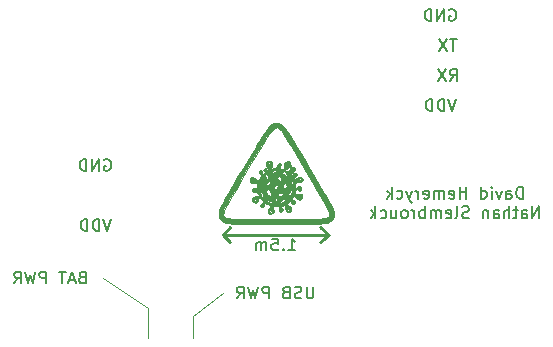
<source format=gbo>
G04 #@! TF.GenerationSoftware,KiCad,Pcbnew,(5.1.9)-1*
G04 #@! TF.CreationDate,2021-04-12T15:06:02+02:00*
G04 #@! TF.ProjectId,eerste_versie,65657273-7465-45f7-9665-727369652e6b,rev?*
G04 #@! TF.SameCoordinates,Original*
G04 #@! TF.FileFunction,Legend,Bot*
G04 #@! TF.FilePolarity,Positive*
%FSLAX46Y46*%
G04 Gerber Fmt 4.6, Leading zero omitted, Abs format (unit mm)*
G04 Created by KiCad (PCBNEW (5.1.9)-1) date 2021-04-12 15:06:02*
%MOMM*%
%LPD*%
G01*
G04 APERTURE LIST*
%ADD10C,0.150000*%
%ADD11C,0.120000*%
%ADD12C,0.250000*%
%ADD13C,0.010000*%
G04 APERTURE END LIST*
D10*
X121348333Y-124547380D02*
X121015000Y-125547380D01*
X120681666Y-124547380D01*
X120348333Y-125547380D02*
X120348333Y-124547380D01*
X120110238Y-124547380D01*
X119967380Y-124595000D01*
X119872142Y-124690238D01*
X119824523Y-124785476D01*
X119776904Y-124975952D01*
X119776904Y-125118809D01*
X119824523Y-125309285D01*
X119872142Y-125404523D01*
X119967380Y-125499761D01*
X120110238Y-125547380D01*
X120348333Y-125547380D01*
X119348333Y-125547380D02*
X119348333Y-124547380D01*
X119110238Y-124547380D01*
X118967380Y-124595000D01*
X118872142Y-124690238D01*
X118824523Y-124785476D01*
X118776904Y-124975952D01*
X118776904Y-125118809D01*
X118824523Y-125309285D01*
X118872142Y-125404523D01*
X118967380Y-125499761D01*
X119110238Y-125547380D01*
X119348333Y-125547380D01*
X120776904Y-119515000D02*
X120872142Y-119467380D01*
X121015000Y-119467380D01*
X121157857Y-119515000D01*
X121253095Y-119610238D01*
X121300714Y-119705476D01*
X121348333Y-119895952D01*
X121348333Y-120038809D01*
X121300714Y-120229285D01*
X121253095Y-120324523D01*
X121157857Y-120419761D01*
X121015000Y-120467380D01*
X120919761Y-120467380D01*
X120776904Y-120419761D01*
X120729285Y-120372142D01*
X120729285Y-120038809D01*
X120919761Y-120038809D01*
X120300714Y-120467380D02*
X120300714Y-119467380D01*
X119729285Y-120467380D01*
X119729285Y-119467380D01*
X119253095Y-120467380D02*
X119253095Y-119467380D01*
X119015000Y-119467380D01*
X118872142Y-119515000D01*
X118776904Y-119610238D01*
X118729285Y-119705476D01*
X118681666Y-119895952D01*
X118681666Y-120038809D01*
X118729285Y-120229285D01*
X118776904Y-120324523D01*
X118872142Y-120419761D01*
X119015000Y-120467380D01*
X119253095Y-120467380D01*
D11*
X124460000Y-132080000D02*
X120650000Y-129540000D01*
X124460000Y-134620000D02*
X124460000Y-132080000D01*
D12*
X130810000Y-125857000D02*
X131445000Y-126492000D01*
X131445000Y-125222000D02*
X130810000Y-125857000D01*
X139827000Y-125857000D02*
X139065000Y-126492000D01*
X139827000Y-125857000D02*
X139065000Y-125222000D01*
X130810000Y-125857000D02*
X139827000Y-125857000D01*
D11*
X128270000Y-132715000D02*
X128270000Y-134620000D01*
X130810000Y-130810000D02*
X128270000Y-132715000D01*
D10*
X149986904Y-106815000D02*
X150082142Y-106767380D01*
X150225000Y-106767380D01*
X150367857Y-106815000D01*
X150463095Y-106910238D01*
X150510714Y-107005476D01*
X150558333Y-107195952D01*
X150558333Y-107338809D01*
X150510714Y-107529285D01*
X150463095Y-107624523D01*
X150367857Y-107719761D01*
X150225000Y-107767380D01*
X150129761Y-107767380D01*
X149986904Y-107719761D01*
X149939285Y-107672142D01*
X149939285Y-107338809D01*
X150129761Y-107338809D01*
X149510714Y-107767380D02*
X149510714Y-106767380D01*
X148939285Y-107767380D01*
X148939285Y-106767380D01*
X148463095Y-107767380D02*
X148463095Y-106767380D01*
X148225000Y-106767380D01*
X148082142Y-106815000D01*
X147986904Y-106910238D01*
X147939285Y-107005476D01*
X147891666Y-107195952D01*
X147891666Y-107338809D01*
X147939285Y-107529285D01*
X147986904Y-107624523D01*
X148082142Y-107719761D01*
X148225000Y-107767380D01*
X148463095Y-107767380D01*
X150621904Y-109307380D02*
X150050476Y-109307380D01*
X150336190Y-110307380D02*
X150336190Y-109307380D01*
X149812380Y-109307380D02*
X149145714Y-110307380D01*
X149145714Y-109307380D02*
X149812380Y-110307380D01*
X150026666Y-112847380D02*
X150360000Y-112371190D01*
X150598095Y-112847380D02*
X150598095Y-111847380D01*
X150217142Y-111847380D01*
X150121904Y-111895000D01*
X150074285Y-111942619D01*
X150026666Y-112037857D01*
X150026666Y-112180714D01*
X150074285Y-112275952D01*
X150121904Y-112323571D01*
X150217142Y-112371190D01*
X150598095Y-112371190D01*
X149693333Y-111847380D02*
X149026666Y-112847380D01*
X149026666Y-111847380D02*
X149693333Y-112847380D01*
X150558333Y-114387380D02*
X150225000Y-115387380D01*
X149891666Y-114387380D01*
X149558333Y-115387380D02*
X149558333Y-114387380D01*
X149320238Y-114387380D01*
X149177380Y-114435000D01*
X149082142Y-114530238D01*
X149034523Y-114625476D01*
X148986904Y-114815952D01*
X148986904Y-114958809D01*
X149034523Y-115149285D01*
X149082142Y-115244523D01*
X149177380Y-115339761D01*
X149320238Y-115387380D01*
X149558333Y-115387380D01*
X148558333Y-115387380D02*
X148558333Y-114387380D01*
X148320238Y-114387380D01*
X148177380Y-114435000D01*
X148082142Y-114530238D01*
X148034523Y-114625476D01*
X147986904Y-114815952D01*
X147986904Y-114958809D01*
X148034523Y-115149285D01*
X148082142Y-115244523D01*
X148177380Y-115339761D01*
X148320238Y-115387380D01*
X148558333Y-115387380D01*
X138469285Y-130262380D02*
X138469285Y-131071904D01*
X138421666Y-131167142D01*
X138374047Y-131214761D01*
X138278809Y-131262380D01*
X138088333Y-131262380D01*
X137993095Y-131214761D01*
X137945476Y-131167142D01*
X137897857Y-131071904D01*
X137897857Y-130262380D01*
X137469285Y-131214761D02*
X137326428Y-131262380D01*
X137088333Y-131262380D01*
X136993095Y-131214761D01*
X136945476Y-131167142D01*
X136897857Y-131071904D01*
X136897857Y-130976666D01*
X136945476Y-130881428D01*
X136993095Y-130833809D01*
X137088333Y-130786190D01*
X137278809Y-130738571D01*
X137374047Y-130690952D01*
X137421666Y-130643333D01*
X137469285Y-130548095D01*
X137469285Y-130452857D01*
X137421666Y-130357619D01*
X137374047Y-130310000D01*
X137278809Y-130262380D01*
X137040714Y-130262380D01*
X136897857Y-130310000D01*
X136135952Y-130738571D02*
X135993095Y-130786190D01*
X135945476Y-130833809D01*
X135897857Y-130929047D01*
X135897857Y-131071904D01*
X135945476Y-131167142D01*
X135993095Y-131214761D01*
X136088333Y-131262380D01*
X136469285Y-131262380D01*
X136469285Y-130262380D01*
X136135952Y-130262380D01*
X136040714Y-130310000D01*
X135993095Y-130357619D01*
X135945476Y-130452857D01*
X135945476Y-130548095D01*
X135993095Y-130643333D01*
X136040714Y-130690952D01*
X136135952Y-130738571D01*
X136469285Y-130738571D01*
X134707380Y-131262380D02*
X134707380Y-130262380D01*
X134326428Y-130262380D01*
X134231190Y-130310000D01*
X134183571Y-130357619D01*
X134135952Y-130452857D01*
X134135952Y-130595714D01*
X134183571Y-130690952D01*
X134231190Y-130738571D01*
X134326428Y-130786190D01*
X134707380Y-130786190D01*
X133802619Y-130262380D02*
X133564523Y-131262380D01*
X133374047Y-130548095D01*
X133183571Y-131262380D01*
X132945476Y-130262380D01*
X131993095Y-131262380D02*
X132326428Y-130786190D01*
X132564523Y-131262380D02*
X132564523Y-130262380D01*
X132183571Y-130262380D01*
X132088333Y-130310000D01*
X132040714Y-130357619D01*
X131993095Y-130452857D01*
X131993095Y-130595714D01*
X132040714Y-130690952D01*
X132088333Y-130738571D01*
X132183571Y-130786190D01*
X132564523Y-130786190D01*
X118895476Y-129468571D02*
X118752619Y-129516190D01*
X118705000Y-129563809D01*
X118657380Y-129659047D01*
X118657380Y-129801904D01*
X118705000Y-129897142D01*
X118752619Y-129944761D01*
X118847857Y-129992380D01*
X119228809Y-129992380D01*
X119228809Y-128992380D01*
X118895476Y-128992380D01*
X118800238Y-129040000D01*
X118752619Y-129087619D01*
X118705000Y-129182857D01*
X118705000Y-129278095D01*
X118752619Y-129373333D01*
X118800238Y-129420952D01*
X118895476Y-129468571D01*
X119228809Y-129468571D01*
X118276428Y-129706666D02*
X117800238Y-129706666D01*
X118371666Y-129992380D02*
X118038333Y-128992380D01*
X117705000Y-129992380D01*
X117514523Y-128992380D02*
X116943095Y-128992380D01*
X117228809Y-129992380D02*
X117228809Y-128992380D01*
X115847857Y-129992380D02*
X115847857Y-128992380D01*
X115466904Y-128992380D01*
X115371666Y-129040000D01*
X115324047Y-129087619D01*
X115276428Y-129182857D01*
X115276428Y-129325714D01*
X115324047Y-129420952D01*
X115371666Y-129468571D01*
X115466904Y-129516190D01*
X115847857Y-129516190D01*
X114943095Y-128992380D02*
X114705000Y-129992380D01*
X114514523Y-129278095D01*
X114324047Y-129992380D01*
X114085952Y-128992380D01*
X113133571Y-129992380D02*
X113466904Y-129516190D01*
X113705000Y-129992380D02*
X113705000Y-128992380D01*
X113324047Y-128992380D01*
X113228809Y-129040000D01*
X113181190Y-129087619D01*
X113133571Y-129182857D01*
X113133571Y-129325714D01*
X113181190Y-129420952D01*
X113228809Y-129468571D01*
X113324047Y-129516190D01*
X113705000Y-129516190D01*
X136350238Y-127198380D02*
X136921666Y-127198380D01*
X136635952Y-127198380D02*
X136635952Y-126198380D01*
X136731190Y-126341238D01*
X136826428Y-126436476D01*
X136921666Y-126484095D01*
X135921666Y-127103142D02*
X135874047Y-127150761D01*
X135921666Y-127198380D01*
X135969285Y-127150761D01*
X135921666Y-127103142D01*
X135921666Y-127198380D01*
X134969285Y-126198380D02*
X135445476Y-126198380D01*
X135493095Y-126674571D01*
X135445476Y-126626952D01*
X135350238Y-126579333D01*
X135112142Y-126579333D01*
X135016904Y-126626952D01*
X134969285Y-126674571D01*
X134921666Y-126769809D01*
X134921666Y-127007904D01*
X134969285Y-127103142D01*
X135016904Y-127150761D01*
X135112142Y-127198380D01*
X135350238Y-127198380D01*
X135445476Y-127150761D01*
X135493095Y-127103142D01*
X134493095Y-127198380D02*
X134493095Y-126531714D01*
X134493095Y-126626952D02*
X134445476Y-126579333D01*
X134350238Y-126531714D01*
X134207380Y-126531714D01*
X134112142Y-126579333D01*
X134064523Y-126674571D01*
X134064523Y-127198380D01*
X134064523Y-126674571D02*
X134016904Y-126579333D01*
X133921666Y-126531714D01*
X133778809Y-126531714D01*
X133683571Y-126579333D01*
X133635952Y-126674571D01*
X133635952Y-127198380D01*
X156233095Y-122817380D02*
X156233095Y-121817380D01*
X155995000Y-121817380D01*
X155852142Y-121865000D01*
X155756904Y-121960238D01*
X155709285Y-122055476D01*
X155661666Y-122245952D01*
X155661666Y-122388809D01*
X155709285Y-122579285D01*
X155756904Y-122674523D01*
X155852142Y-122769761D01*
X155995000Y-122817380D01*
X156233095Y-122817380D01*
X154804523Y-122817380D02*
X154804523Y-122293571D01*
X154852142Y-122198333D01*
X154947380Y-122150714D01*
X155137857Y-122150714D01*
X155233095Y-122198333D01*
X154804523Y-122769761D02*
X154899761Y-122817380D01*
X155137857Y-122817380D01*
X155233095Y-122769761D01*
X155280714Y-122674523D01*
X155280714Y-122579285D01*
X155233095Y-122484047D01*
X155137857Y-122436428D01*
X154899761Y-122436428D01*
X154804523Y-122388809D01*
X154423571Y-122150714D02*
X154185476Y-122817380D01*
X153947380Y-122150714D01*
X153566428Y-122817380D02*
X153566428Y-122150714D01*
X153566428Y-121817380D02*
X153614047Y-121865000D01*
X153566428Y-121912619D01*
X153518809Y-121865000D01*
X153566428Y-121817380D01*
X153566428Y-121912619D01*
X152661666Y-122817380D02*
X152661666Y-121817380D01*
X152661666Y-122769761D02*
X152756904Y-122817380D01*
X152947380Y-122817380D01*
X153042619Y-122769761D01*
X153090238Y-122722142D01*
X153137857Y-122626904D01*
X153137857Y-122341190D01*
X153090238Y-122245952D01*
X153042619Y-122198333D01*
X152947380Y-122150714D01*
X152756904Y-122150714D01*
X152661666Y-122198333D01*
X151423571Y-122817380D02*
X151423571Y-121817380D01*
X151423571Y-122293571D02*
X150852142Y-122293571D01*
X150852142Y-122817380D02*
X150852142Y-121817380D01*
X149995000Y-122769761D02*
X150090238Y-122817380D01*
X150280714Y-122817380D01*
X150375952Y-122769761D01*
X150423571Y-122674523D01*
X150423571Y-122293571D01*
X150375952Y-122198333D01*
X150280714Y-122150714D01*
X150090238Y-122150714D01*
X149995000Y-122198333D01*
X149947380Y-122293571D01*
X149947380Y-122388809D01*
X150423571Y-122484047D01*
X149518809Y-122817380D02*
X149518809Y-122150714D01*
X149518809Y-122245952D02*
X149471190Y-122198333D01*
X149375952Y-122150714D01*
X149233095Y-122150714D01*
X149137857Y-122198333D01*
X149090238Y-122293571D01*
X149090238Y-122817380D01*
X149090238Y-122293571D02*
X149042619Y-122198333D01*
X148947380Y-122150714D01*
X148804523Y-122150714D01*
X148709285Y-122198333D01*
X148661666Y-122293571D01*
X148661666Y-122817380D01*
X147804523Y-122769761D02*
X147899761Y-122817380D01*
X148090238Y-122817380D01*
X148185476Y-122769761D01*
X148233095Y-122674523D01*
X148233095Y-122293571D01*
X148185476Y-122198333D01*
X148090238Y-122150714D01*
X147899761Y-122150714D01*
X147804523Y-122198333D01*
X147756904Y-122293571D01*
X147756904Y-122388809D01*
X148233095Y-122484047D01*
X147328333Y-122817380D02*
X147328333Y-122150714D01*
X147328333Y-122341190D02*
X147280714Y-122245952D01*
X147233095Y-122198333D01*
X147137857Y-122150714D01*
X147042619Y-122150714D01*
X146804523Y-122150714D02*
X146566428Y-122817380D01*
X146328333Y-122150714D02*
X146566428Y-122817380D01*
X146661666Y-123055476D01*
X146709285Y-123103095D01*
X146804523Y-123150714D01*
X145518809Y-122769761D02*
X145614047Y-122817380D01*
X145804523Y-122817380D01*
X145899761Y-122769761D01*
X145947380Y-122722142D01*
X145995000Y-122626904D01*
X145995000Y-122341190D01*
X145947380Y-122245952D01*
X145899761Y-122198333D01*
X145804523Y-122150714D01*
X145614047Y-122150714D01*
X145518809Y-122198333D01*
X145090238Y-122817380D02*
X145090238Y-121817380D01*
X144995000Y-122436428D02*
X144709285Y-122817380D01*
X144709285Y-122150714D02*
X145090238Y-122531666D01*
X157590238Y-124467380D02*
X157590238Y-123467380D01*
X157018809Y-124467380D01*
X157018809Y-123467380D01*
X156114047Y-124467380D02*
X156114047Y-123943571D01*
X156161666Y-123848333D01*
X156256904Y-123800714D01*
X156447380Y-123800714D01*
X156542619Y-123848333D01*
X156114047Y-124419761D02*
X156209285Y-124467380D01*
X156447380Y-124467380D01*
X156542619Y-124419761D01*
X156590238Y-124324523D01*
X156590238Y-124229285D01*
X156542619Y-124134047D01*
X156447380Y-124086428D01*
X156209285Y-124086428D01*
X156114047Y-124038809D01*
X155780714Y-123800714D02*
X155399761Y-123800714D01*
X155637857Y-123467380D02*
X155637857Y-124324523D01*
X155590238Y-124419761D01*
X155495000Y-124467380D01*
X155399761Y-124467380D01*
X155066428Y-124467380D02*
X155066428Y-123467380D01*
X154637857Y-124467380D02*
X154637857Y-123943571D01*
X154685476Y-123848333D01*
X154780714Y-123800714D01*
X154923571Y-123800714D01*
X155018809Y-123848333D01*
X155066428Y-123895952D01*
X153733095Y-124467380D02*
X153733095Y-123943571D01*
X153780714Y-123848333D01*
X153875952Y-123800714D01*
X154066428Y-123800714D01*
X154161666Y-123848333D01*
X153733095Y-124419761D02*
X153828333Y-124467380D01*
X154066428Y-124467380D01*
X154161666Y-124419761D01*
X154209285Y-124324523D01*
X154209285Y-124229285D01*
X154161666Y-124134047D01*
X154066428Y-124086428D01*
X153828333Y-124086428D01*
X153733095Y-124038809D01*
X153256904Y-123800714D02*
X153256904Y-124467380D01*
X153256904Y-123895952D02*
X153209285Y-123848333D01*
X153114047Y-123800714D01*
X152971190Y-123800714D01*
X152875952Y-123848333D01*
X152828333Y-123943571D01*
X152828333Y-124467380D01*
X151637857Y-124419761D02*
X151495000Y-124467380D01*
X151256904Y-124467380D01*
X151161666Y-124419761D01*
X151114047Y-124372142D01*
X151066428Y-124276904D01*
X151066428Y-124181666D01*
X151114047Y-124086428D01*
X151161666Y-124038809D01*
X151256904Y-123991190D01*
X151447380Y-123943571D01*
X151542619Y-123895952D01*
X151590238Y-123848333D01*
X151637857Y-123753095D01*
X151637857Y-123657857D01*
X151590238Y-123562619D01*
X151542619Y-123515000D01*
X151447380Y-123467380D01*
X151209285Y-123467380D01*
X151066428Y-123515000D01*
X150495000Y-124467380D02*
X150590238Y-124419761D01*
X150637857Y-124324523D01*
X150637857Y-123467380D01*
X149733095Y-124419761D02*
X149828333Y-124467380D01*
X150018809Y-124467380D01*
X150114047Y-124419761D01*
X150161666Y-124324523D01*
X150161666Y-123943571D01*
X150114047Y-123848333D01*
X150018809Y-123800714D01*
X149828333Y-123800714D01*
X149733095Y-123848333D01*
X149685476Y-123943571D01*
X149685476Y-124038809D01*
X150161666Y-124134047D01*
X149256904Y-124467380D02*
X149256904Y-123800714D01*
X149256904Y-123895952D02*
X149209285Y-123848333D01*
X149114047Y-123800714D01*
X148971190Y-123800714D01*
X148875952Y-123848333D01*
X148828333Y-123943571D01*
X148828333Y-124467380D01*
X148828333Y-123943571D02*
X148780714Y-123848333D01*
X148685476Y-123800714D01*
X148542619Y-123800714D01*
X148447380Y-123848333D01*
X148399761Y-123943571D01*
X148399761Y-124467380D01*
X147923571Y-124467380D02*
X147923571Y-123467380D01*
X147923571Y-123848333D02*
X147828333Y-123800714D01*
X147637857Y-123800714D01*
X147542619Y-123848333D01*
X147495000Y-123895952D01*
X147447380Y-123991190D01*
X147447380Y-124276904D01*
X147495000Y-124372142D01*
X147542619Y-124419761D01*
X147637857Y-124467380D01*
X147828333Y-124467380D01*
X147923571Y-124419761D01*
X147018809Y-124467380D02*
X147018809Y-123800714D01*
X147018809Y-123991190D02*
X146971190Y-123895952D01*
X146923571Y-123848333D01*
X146828333Y-123800714D01*
X146733095Y-123800714D01*
X146256904Y-124467380D02*
X146352142Y-124419761D01*
X146399761Y-124372142D01*
X146447380Y-124276904D01*
X146447380Y-123991190D01*
X146399761Y-123895952D01*
X146352142Y-123848333D01*
X146256904Y-123800714D01*
X146114047Y-123800714D01*
X146018809Y-123848333D01*
X145971190Y-123895952D01*
X145923571Y-123991190D01*
X145923571Y-124276904D01*
X145971190Y-124372142D01*
X146018809Y-124419761D01*
X146114047Y-124467380D01*
X146256904Y-124467380D01*
X145066428Y-123800714D02*
X145066428Y-124467380D01*
X145495000Y-123800714D02*
X145495000Y-124324523D01*
X145447380Y-124419761D01*
X145352142Y-124467380D01*
X145209285Y-124467380D01*
X145114047Y-124419761D01*
X145066428Y-124372142D01*
X144161666Y-124419761D02*
X144256904Y-124467380D01*
X144447380Y-124467380D01*
X144542619Y-124419761D01*
X144590238Y-124372142D01*
X144637857Y-124276904D01*
X144637857Y-123991190D01*
X144590238Y-123895952D01*
X144542619Y-123848333D01*
X144447380Y-123800714D01*
X144256904Y-123800714D01*
X144161666Y-123848333D01*
X143733095Y-124467380D02*
X143733095Y-123467380D01*
X143637857Y-124086428D02*
X143352142Y-124467380D01*
X143352142Y-123800714D02*
X143733095Y-124181666D01*
D13*
G36*
X134565971Y-119640260D02*
G01*
X134427920Y-119787543D01*
X134443007Y-119986654D01*
X134582260Y-120189222D01*
X134692436Y-120324581D01*
X134683760Y-120394657D01*
X134624593Y-120424855D01*
X134512054Y-120415782D01*
X134493000Y-120351010D01*
X134425169Y-120241079D01*
X134366000Y-120226667D01*
X134253752Y-120294440D01*
X134239000Y-120353667D01*
X134290189Y-120466250D01*
X134334034Y-120480667D01*
X134374433Y-120526864D01*
X134317490Y-120615110D01*
X134225589Y-120699015D01*
X134166120Y-120637359D01*
X134140518Y-120572777D01*
X134037467Y-120421172D01*
X133920623Y-120420235D01*
X133842263Y-120533481D01*
X133860140Y-120687568D01*
X133929586Y-120749354D01*
X134016631Y-120817497D01*
X134015642Y-120914982D01*
X133936066Y-121086098D01*
X133802467Y-121344450D01*
X133696635Y-121245025D01*
X133371750Y-121245025D01*
X133342977Y-121338697D01*
X133278050Y-121402804D01*
X133241013Y-121339038D01*
X133240379Y-121206862D01*
X133256514Y-121180931D01*
X133337941Y-121161203D01*
X133371750Y-121245025D01*
X133696635Y-121245025D01*
X133613110Y-121166558D01*
X133390710Y-121016614D01*
X133211905Y-121012737D01*
X133097202Y-121154892D01*
X133093004Y-121167441D01*
X133090240Y-121379327D01*
X133211877Y-121508942D01*
X133421336Y-121526535D01*
X133504670Y-121502242D01*
X133655845Y-121456406D01*
X133718175Y-121501856D01*
X133730934Y-121674999D01*
X133731000Y-121712042D01*
X133719649Y-121907024D01*
X133661592Y-121974296D01*
X133520829Y-121955143D01*
X133519334Y-121954768D01*
X133362737Y-121938781D01*
X133310470Y-122024368D01*
X133307667Y-122086214D01*
X133339706Y-122219364D01*
X133468027Y-122249340D01*
X133530512Y-122243559D01*
X133720290Y-122263820D01*
X133824117Y-122406834D01*
X133854300Y-122542452D01*
X133777014Y-122591813D01*
X133653973Y-122597334D01*
X133425608Y-122650070D01*
X133287241Y-122778634D01*
X133255638Y-122938551D01*
X133347566Y-123085351D01*
X133448854Y-123141395D01*
X133621027Y-123152248D01*
X133754683Y-123020779D01*
X133813355Y-122893667D01*
X133592285Y-122893667D01*
X133579276Y-123002895D01*
X133516677Y-123020667D01*
X133406746Y-122952835D01*
X133392334Y-122893667D01*
X133433239Y-122780926D01*
X133467942Y-122766667D01*
X133560499Y-122834046D01*
X133592285Y-122893667D01*
X133813355Y-122893667D01*
X133826468Y-122865259D01*
X133911490Y-122641633D01*
X134073363Y-122852317D01*
X134207656Y-123053134D01*
X134220157Y-123158958D01*
X134113177Y-123189999D01*
X134112000Y-123190000D01*
X134008572Y-123260586D01*
X133985000Y-123359334D01*
X134044869Y-123500838D01*
X134154334Y-123528667D01*
X134295838Y-123468798D01*
X134312904Y-123401667D01*
X134154334Y-123401667D01*
X134112000Y-123444000D01*
X134069667Y-123401667D01*
X134112000Y-123359334D01*
X134154334Y-123401667D01*
X134312904Y-123401667D01*
X134323667Y-123359334D01*
X134333692Y-123231093D01*
X134393763Y-123200936D01*
X134548876Y-123257924D01*
X134616017Y-123288257D01*
X134792321Y-123393568D01*
X134811591Y-123496900D01*
X134700581Y-123616724D01*
X134600202Y-123781876D01*
X134615859Y-123961205D01*
X134734023Y-124086127D01*
X134796743Y-124104253D01*
X134988201Y-124070165D01*
X135077785Y-124003831D01*
X135110719Y-123916876D01*
X134959056Y-123916876D01*
X134952331Y-123962253D01*
X134859363Y-124000059D01*
X134766526Y-123933678D01*
X134747000Y-123864994D01*
X134809225Y-123822616D01*
X134873514Y-123836529D01*
X134959056Y-123916876D01*
X135110719Y-123916876D01*
X135137876Y-123845178D01*
X135091543Y-123708978D01*
X135016060Y-123542455D01*
X135046407Y-123465908D01*
X135209669Y-123444734D01*
X135298947Y-123444000D01*
X135494946Y-123455714D01*
X135563318Y-123513084D01*
X135546648Y-123644192D01*
X135556997Y-123820606D01*
X135657954Y-123908813D01*
X135796718Y-123875439D01*
X135842521Y-123831201D01*
X135881237Y-123708177D01*
X135802370Y-123610874D01*
X135718900Y-123509380D01*
X135779886Y-123431777D01*
X135780160Y-123431604D01*
X135968965Y-123359746D01*
X136071719Y-123428948D01*
X136083705Y-123580729D01*
X136122721Y-123797300D01*
X136264047Y-123926753D01*
X136462612Y-123928945D01*
X136471159Y-123925799D01*
X136592592Y-123809746D01*
X136593447Y-123742991D01*
X136440334Y-123742991D01*
X136387177Y-123854747D01*
X136279586Y-123842432D01*
X136234150Y-123791539D01*
X136256691Y-123701870D01*
X136313820Y-123667196D01*
X136422699Y-123680635D01*
X136440334Y-123742991D01*
X136593447Y-123742991D01*
X136594733Y-123642590D01*
X136486363Y-123484002D01*
X136398000Y-123428595D01*
X136225029Y-123329371D01*
X136210982Y-123240414D01*
X136351348Y-123127694D01*
X136357589Y-123123782D01*
X136495505Y-123060899D01*
X136565468Y-123115590D01*
X136578314Y-123145749D01*
X136679358Y-123248323D01*
X136821926Y-123269022D01*
X136930445Y-123208012D01*
X136948334Y-123144939D01*
X136878233Y-123014465D01*
X136777207Y-122951906D01*
X136729473Y-122925904D01*
X136101667Y-122925904D01*
X136034706Y-123032042D01*
X135885930Y-123137851D01*
X135735626Y-123187426D01*
X135690087Y-123122010D01*
X135690432Y-123115208D01*
X135001000Y-123115208D01*
X134937509Y-123182372D01*
X134793547Y-123180025D01*
X134638884Y-123116772D01*
X134577667Y-123063000D01*
X134521444Y-122966420D01*
X134587634Y-122942183D01*
X134793478Y-122984836D01*
X134810500Y-122989364D01*
X134958599Y-123056937D01*
X135001000Y-123115208D01*
X135690432Y-123115208D01*
X135694157Y-123041834D01*
X135767194Y-122940997D01*
X135424334Y-122940997D01*
X135391741Y-123058067D01*
X135339667Y-123063000D01*
X135261763Y-122940498D01*
X135255000Y-122888670D01*
X135302339Y-122779243D01*
X135339667Y-122766667D01*
X135407792Y-122837793D01*
X135424334Y-122940997D01*
X135767194Y-122940997D01*
X135769837Y-122937348D01*
X135907673Y-122870130D01*
X136040622Y-122859250D01*
X136101641Y-122923782D01*
X136101667Y-122925904D01*
X136729473Y-122925904D01*
X136661149Y-122888687D01*
X136678656Y-122794657D01*
X136728941Y-122721801D01*
X136810678Y-122625838D01*
X134232252Y-122625838D01*
X134163392Y-122682000D01*
X134071786Y-122614335D01*
X134036392Y-122548075D01*
X133991023Y-122341568D01*
X133987693Y-122272909D01*
X134003603Y-122186858D01*
X134066669Y-122234755D01*
X134114693Y-122296016D01*
X134215548Y-122480091D01*
X134232252Y-122625838D01*
X136810678Y-122625838D01*
X136821624Y-122612988D01*
X136900236Y-122618674D01*
X137028862Y-122743896D01*
X137030366Y-122745500D01*
X137173775Y-122879354D01*
X137268835Y-122934708D01*
X137269132Y-122934704D01*
X137442595Y-122858482D01*
X137528045Y-122678392D01*
X137527224Y-122587759D01*
X137525759Y-122583222D01*
X137456334Y-122583222D01*
X137388913Y-122718169D01*
X137275547Y-122766667D01*
X137241112Y-122704044D01*
X137256383Y-122639667D01*
X137337890Y-122534038D01*
X137426280Y-122518859D01*
X137456334Y-122583222D01*
X137525759Y-122583222D01*
X137483663Y-122452943D01*
X137370079Y-122402505D01*
X137193651Y-122402854D01*
X136993852Y-122403441D01*
X136919181Y-122353403D01*
X136926583Y-122221822D01*
X136928372Y-122212354D01*
X136953154Y-122149400D01*
X136686465Y-122149400D01*
X136673879Y-122283819D01*
X136592734Y-122411067D01*
X136461894Y-122500106D01*
X136368782Y-122499748D01*
X136355667Y-122464767D01*
X136357966Y-122457757D01*
X135930625Y-122457757D01*
X135875889Y-122540889D01*
X135738656Y-122597691D01*
X135568613Y-122587165D01*
X135444537Y-122521621D01*
X135424334Y-122470334D01*
X135500062Y-122369507D01*
X135621629Y-122351659D01*
X134901563Y-122351659D01*
X134900016Y-122504075D01*
X134829296Y-122583803D01*
X134784624Y-122583596D01*
X134625618Y-122493976D01*
X134527679Y-122385168D01*
X134461622Y-122200419D01*
X134501707Y-122062771D01*
X134621110Y-122017393D01*
X134723424Y-122055540D01*
X134840509Y-122183249D01*
X134901563Y-122351659D01*
X135621629Y-122351659D01*
X135678334Y-122343334D01*
X135878900Y-122373550D01*
X135930625Y-122457757D01*
X136357966Y-122457757D01*
X136400542Y-122327943D01*
X136499438Y-122177535D01*
X136598758Y-122091843D01*
X136612646Y-122089334D01*
X136686465Y-122149400D01*
X136953154Y-122149400D01*
X136996164Y-122040145D01*
X137091637Y-122015852D01*
X137157715Y-122085636D01*
X137262928Y-122133011D01*
X137389759Y-122081595D01*
X137456073Y-121966417D01*
X137456203Y-121962334D01*
X137371667Y-121962334D01*
X137329334Y-122004667D01*
X137287000Y-121962334D01*
X137329334Y-121920000D01*
X137371667Y-121962334D01*
X137456203Y-121962334D01*
X137456334Y-121958272D01*
X137396373Y-121813826D01*
X137240316Y-121788791D01*
X137119417Y-121834397D01*
X137001696Y-121879436D01*
X136955559Y-121816430D01*
X136952521Y-121750260D01*
X136243945Y-121750260D01*
X136233689Y-121827209D01*
X136100897Y-121912965D01*
X135943836Y-121886705D01*
X135887708Y-121831625D01*
X135888267Y-121787032D01*
X135477361Y-121787032D01*
X135394256Y-121908866D01*
X135281423Y-121984078D01*
X135235943Y-121984203D01*
X135158656Y-121890206D01*
X135157446Y-121875550D01*
X135218515Y-121765175D01*
X135347903Y-121683889D01*
X135464137Y-121679831D01*
X135474671Y-121688115D01*
X135477361Y-121787032D01*
X135888267Y-121787032D01*
X135889339Y-121701725D01*
X135938938Y-121615709D01*
X136039825Y-121531973D01*
X136142812Y-121586869D01*
X136167912Y-121611293D01*
X136243945Y-121750260D01*
X136952521Y-121750260D01*
X136948334Y-121659109D01*
X136956757Y-121560167D01*
X136777704Y-121560167D01*
X136739443Y-121659580D01*
X136654019Y-121636903D01*
X136571570Y-121508632D01*
X136565309Y-121490286D01*
X136548012Y-121365628D01*
X134813517Y-121365628D01*
X134803375Y-121453141D01*
X134714308Y-121573476D01*
X134602778Y-121657750D01*
X134567300Y-121666000D01*
X134500011Y-121597927D01*
X134493000Y-121548059D01*
X134540128Y-121461389D01*
X134067093Y-121461389D01*
X134043206Y-121623562D01*
X133986642Y-121717441D01*
X133928002Y-121699500D01*
X133917272Y-121674482D01*
X133931918Y-121536661D01*
X133976434Y-121436357D01*
X134044595Y-121336740D01*
X134065269Y-121394605D01*
X134067093Y-121461389D01*
X134540128Y-121461389D01*
X134555022Y-121433999D01*
X134686353Y-121355194D01*
X134804892Y-121358375D01*
X134813517Y-121365628D01*
X136548012Y-121365628D01*
X136542690Y-121327281D01*
X136564207Y-121259905D01*
X136642122Y-121270665D01*
X136727162Y-121382270D01*
X136776079Y-121533898D01*
X136777704Y-121560167D01*
X136956757Y-121560167D01*
X136963826Y-121477144D01*
X137037655Y-121419716D01*
X137159901Y-121432703D01*
X137386198Y-121424909D01*
X137552245Y-121331010D01*
X137602824Y-121205330D01*
X137456334Y-121205330D01*
X137408995Y-121314757D01*
X137371667Y-121327334D01*
X137303542Y-121256208D01*
X137287000Y-121153003D01*
X137319594Y-121035933D01*
X137371667Y-121031000D01*
X137449571Y-121153502D01*
X137456334Y-121205330D01*
X137602824Y-121205330D01*
X137611645Y-121183413D01*
X137599011Y-121125990D01*
X137469098Y-120961183D01*
X137282129Y-120944771D01*
X137079958Y-121068989D01*
X136912502Y-121186379D01*
X136823807Y-121162002D01*
X136830176Y-121115667D01*
X135763000Y-121115667D01*
X135731069Y-121291501D01*
X135635400Y-121310475D01*
X135525934Y-121225734D01*
X135430591Y-121064588D01*
X135468255Y-120942427D01*
X135593667Y-120904000D01*
X135726452Y-120953609D01*
X135763000Y-121115667D01*
X136830176Y-121115667D01*
X136839490Y-121047918D01*
X136950568Y-120919216D01*
X136989440Y-120881429D01*
X136267376Y-120881429D01*
X136159337Y-120883870D01*
X136157856Y-120883072D01*
X134610118Y-120883072D01*
X134597479Y-121057123D01*
X134595972Y-121061747D01*
X134549559Y-121134774D01*
X134484048Y-121061747D01*
X134417737Y-120875373D01*
X134409630Y-120798167D01*
X134443829Y-120672493D01*
X134483126Y-120650000D01*
X134564857Y-120721300D01*
X134610118Y-120883072D01*
X136157856Y-120883072D01*
X135948333Y-120770199D01*
X135944038Y-120767202D01*
X135815394Y-120640307D01*
X135838532Y-120540602D01*
X135955530Y-120510739D01*
X136099667Y-120605856D01*
X136253727Y-120782288D01*
X136267376Y-120881429D01*
X136989440Y-120881429D01*
X137071617Y-120801546D01*
X137063249Y-120717494D01*
X137006988Y-120663545D01*
X136893555Y-120609016D01*
X136789965Y-120686973D01*
X136753135Y-120736849D01*
X136644507Y-120851481D01*
X136567659Y-120819288D01*
X136561183Y-120809382D01*
X136549105Y-120699792D01*
X136582670Y-120673110D01*
X136790916Y-120557497D01*
X136905343Y-120406258D01*
X136916406Y-120269000D01*
X136779000Y-120269000D01*
X136736667Y-120311334D01*
X136694334Y-120269000D01*
X136736667Y-120226667D01*
X136779000Y-120269000D01*
X136916406Y-120269000D01*
X136917084Y-120260601D01*
X136820141Y-120164577D01*
X136500020Y-120164577D01*
X136491726Y-120275925D01*
X136446040Y-120437228D01*
X136440334Y-120487592D01*
X136386096Y-120560061D01*
X136234044Y-120507764D01*
X136186334Y-120477761D01*
X136182301Y-120473611D01*
X135339667Y-120473611D01*
X135264240Y-120575157D01*
X135074131Y-120637111D01*
X135011800Y-120643316D01*
X134939493Y-120624701D01*
X134995813Y-120529285D01*
X135001000Y-120523000D01*
X135135394Y-120422930D01*
X135270135Y-120399387D01*
X135338961Y-120462035D01*
X135339667Y-120473611D01*
X136182301Y-120473611D01*
X136110272Y-120399509D01*
X136166649Y-120313144D01*
X136223683Y-120267391D01*
X136405000Y-120158748D01*
X136500020Y-120164577D01*
X136820141Y-120164577D01*
X136817268Y-120161732D01*
X136696991Y-120142000D01*
X136563105Y-120094398D01*
X136525000Y-119927676D01*
X136512454Y-119888000D01*
X136398000Y-119888000D01*
X136379756Y-119961255D01*
X136323327Y-119972667D01*
X136177045Y-119922989D01*
X136144000Y-119888000D01*
X136162245Y-119814746D01*
X136218674Y-119803334D01*
X136364956Y-119853012D01*
X136398000Y-119888000D01*
X136512454Y-119888000D01*
X136461896Y-119728125D01*
X136305823Y-119642585D01*
X136111326Y-119695900D01*
X136007651Y-119859542D01*
X135996156Y-120048041D01*
X135989409Y-120237120D01*
X135911683Y-120307058D01*
X135862101Y-120311334D01*
X135679350Y-120273113D01*
X135640224Y-120169952D01*
X135686357Y-120089999D01*
X135734075Y-119936757D01*
X135645584Y-119824391D01*
X135546337Y-119803334D01*
X135449569Y-119877089D01*
X135424334Y-120015000D01*
X135383325Y-120182376D01*
X135261925Y-120226667D01*
X135050312Y-120253190D01*
X134967031Y-120277506D01*
X134885571Y-120290638D01*
X134880482Y-120213013D01*
X134930568Y-120052893D01*
X134983388Y-119852526D01*
X134969763Y-119803334D01*
X134831667Y-119803334D01*
X134763091Y-119878448D01*
X134704667Y-119888000D01*
X134591995Y-119842283D01*
X134577667Y-119803334D01*
X134646244Y-119728219D01*
X134704667Y-119718667D01*
X134817339Y-119764384D01*
X134831667Y-119803334D01*
X134969763Y-119803334D01*
X134950735Y-119734635D01*
X134875100Y-119666668D01*
X134684863Y-119601719D01*
X134565971Y-119640260D01*
G37*
X134565971Y-119640260D02*
X134427920Y-119787543D01*
X134443007Y-119986654D01*
X134582260Y-120189222D01*
X134692436Y-120324581D01*
X134683760Y-120394657D01*
X134624593Y-120424855D01*
X134512054Y-120415782D01*
X134493000Y-120351010D01*
X134425169Y-120241079D01*
X134366000Y-120226667D01*
X134253752Y-120294440D01*
X134239000Y-120353667D01*
X134290189Y-120466250D01*
X134334034Y-120480667D01*
X134374433Y-120526864D01*
X134317490Y-120615110D01*
X134225589Y-120699015D01*
X134166120Y-120637359D01*
X134140518Y-120572777D01*
X134037467Y-120421172D01*
X133920623Y-120420235D01*
X133842263Y-120533481D01*
X133860140Y-120687568D01*
X133929586Y-120749354D01*
X134016631Y-120817497D01*
X134015642Y-120914982D01*
X133936066Y-121086098D01*
X133802467Y-121344450D01*
X133696635Y-121245025D01*
X133371750Y-121245025D01*
X133342977Y-121338697D01*
X133278050Y-121402804D01*
X133241013Y-121339038D01*
X133240379Y-121206862D01*
X133256514Y-121180931D01*
X133337941Y-121161203D01*
X133371750Y-121245025D01*
X133696635Y-121245025D01*
X133613110Y-121166558D01*
X133390710Y-121016614D01*
X133211905Y-121012737D01*
X133097202Y-121154892D01*
X133093004Y-121167441D01*
X133090240Y-121379327D01*
X133211877Y-121508942D01*
X133421336Y-121526535D01*
X133504670Y-121502242D01*
X133655845Y-121456406D01*
X133718175Y-121501856D01*
X133730934Y-121674999D01*
X133731000Y-121712042D01*
X133719649Y-121907024D01*
X133661592Y-121974296D01*
X133520829Y-121955143D01*
X133519334Y-121954768D01*
X133362737Y-121938781D01*
X133310470Y-122024368D01*
X133307667Y-122086214D01*
X133339706Y-122219364D01*
X133468027Y-122249340D01*
X133530512Y-122243559D01*
X133720290Y-122263820D01*
X133824117Y-122406834D01*
X133854300Y-122542452D01*
X133777014Y-122591813D01*
X133653973Y-122597334D01*
X133425608Y-122650070D01*
X133287241Y-122778634D01*
X133255638Y-122938551D01*
X133347566Y-123085351D01*
X133448854Y-123141395D01*
X133621027Y-123152248D01*
X133754683Y-123020779D01*
X133813355Y-122893667D01*
X133592285Y-122893667D01*
X133579276Y-123002895D01*
X133516677Y-123020667D01*
X133406746Y-122952835D01*
X133392334Y-122893667D01*
X133433239Y-122780926D01*
X133467942Y-122766667D01*
X133560499Y-122834046D01*
X133592285Y-122893667D01*
X133813355Y-122893667D01*
X133826468Y-122865259D01*
X133911490Y-122641633D01*
X134073363Y-122852317D01*
X134207656Y-123053134D01*
X134220157Y-123158958D01*
X134113177Y-123189999D01*
X134112000Y-123190000D01*
X134008572Y-123260586D01*
X133985000Y-123359334D01*
X134044869Y-123500838D01*
X134154334Y-123528667D01*
X134295838Y-123468798D01*
X134312904Y-123401667D01*
X134154334Y-123401667D01*
X134112000Y-123444000D01*
X134069667Y-123401667D01*
X134112000Y-123359334D01*
X134154334Y-123401667D01*
X134312904Y-123401667D01*
X134323667Y-123359334D01*
X134333692Y-123231093D01*
X134393763Y-123200936D01*
X134548876Y-123257924D01*
X134616017Y-123288257D01*
X134792321Y-123393568D01*
X134811591Y-123496900D01*
X134700581Y-123616724D01*
X134600202Y-123781876D01*
X134615859Y-123961205D01*
X134734023Y-124086127D01*
X134796743Y-124104253D01*
X134988201Y-124070165D01*
X135077785Y-124003831D01*
X135110719Y-123916876D01*
X134959056Y-123916876D01*
X134952331Y-123962253D01*
X134859363Y-124000059D01*
X134766526Y-123933678D01*
X134747000Y-123864994D01*
X134809225Y-123822616D01*
X134873514Y-123836529D01*
X134959056Y-123916876D01*
X135110719Y-123916876D01*
X135137876Y-123845178D01*
X135091543Y-123708978D01*
X135016060Y-123542455D01*
X135046407Y-123465908D01*
X135209669Y-123444734D01*
X135298947Y-123444000D01*
X135494946Y-123455714D01*
X135563318Y-123513084D01*
X135546648Y-123644192D01*
X135556997Y-123820606D01*
X135657954Y-123908813D01*
X135796718Y-123875439D01*
X135842521Y-123831201D01*
X135881237Y-123708177D01*
X135802370Y-123610874D01*
X135718900Y-123509380D01*
X135779886Y-123431777D01*
X135780160Y-123431604D01*
X135968965Y-123359746D01*
X136071719Y-123428948D01*
X136083705Y-123580729D01*
X136122721Y-123797300D01*
X136264047Y-123926753D01*
X136462612Y-123928945D01*
X136471159Y-123925799D01*
X136592592Y-123809746D01*
X136593447Y-123742991D01*
X136440334Y-123742991D01*
X136387177Y-123854747D01*
X136279586Y-123842432D01*
X136234150Y-123791539D01*
X136256691Y-123701870D01*
X136313820Y-123667196D01*
X136422699Y-123680635D01*
X136440334Y-123742991D01*
X136593447Y-123742991D01*
X136594733Y-123642590D01*
X136486363Y-123484002D01*
X136398000Y-123428595D01*
X136225029Y-123329371D01*
X136210982Y-123240414D01*
X136351348Y-123127694D01*
X136357589Y-123123782D01*
X136495505Y-123060899D01*
X136565468Y-123115590D01*
X136578314Y-123145749D01*
X136679358Y-123248323D01*
X136821926Y-123269022D01*
X136930445Y-123208012D01*
X136948334Y-123144939D01*
X136878233Y-123014465D01*
X136777207Y-122951906D01*
X136729473Y-122925904D01*
X136101667Y-122925904D01*
X136034706Y-123032042D01*
X135885930Y-123137851D01*
X135735626Y-123187426D01*
X135690087Y-123122010D01*
X135690432Y-123115208D01*
X135001000Y-123115208D01*
X134937509Y-123182372D01*
X134793547Y-123180025D01*
X134638884Y-123116772D01*
X134577667Y-123063000D01*
X134521444Y-122966420D01*
X134587634Y-122942183D01*
X134793478Y-122984836D01*
X134810500Y-122989364D01*
X134958599Y-123056937D01*
X135001000Y-123115208D01*
X135690432Y-123115208D01*
X135694157Y-123041834D01*
X135767194Y-122940997D01*
X135424334Y-122940997D01*
X135391741Y-123058067D01*
X135339667Y-123063000D01*
X135261763Y-122940498D01*
X135255000Y-122888670D01*
X135302339Y-122779243D01*
X135339667Y-122766667D01*
X135407792Y-122837793D01*
X135424334Y-122940997D01*
X135767194Y-122940997D01*
X135769837Y-122937348D01*
X135907673Y-122870130D01*
X136040622Y-122859250D01*
X136101641Y-122923782D01*
X136101667Y-122925904D01*
X136729473Y-122925904D01*
X136661149Y-122888687D01*
X136678656Y-122794657D01*
X136728941Y-122721801D01*
X136810678Y-122625838D01*
X134232252Y-122625838D01*
X134163392Y-122682000D01*
X134071786Y-122614335D01*
X134036392Y-122548075D01*
X133991023Y-122341568D01*
X133987693Y-122272909D01*
X134003603Y-122186858D01*
X134066669Y-122234755D01*
X134114693Y-122296016D01*
X134215548Y-122480091D01*
X134232252Y-122625838D01*
X136810678Y-122625838D01*
X136821624Y-122612988D01*
X136900236Y-122618674D01*
X137028862Y-122743896D01*
X137030366Y-122745500D01*
X137173775Y-122879354D01*
X137268835Y-122934708D01*
X137269132Y-122934704D01*
X137442595Y-122858482D01*
X137528045Y-122678392D01*
X137527224Y-122587759D01*
X137525759Y-122583222D01*
X137456334Y-122583222D01*
X137388913Y-122718169D01*
X137275547Y-122766667D01*
X137241112Y-122704044D01*
X137256383Y-122639667D01*
X137337890Y-122534038D01*
X137426280Y-122518859D01*
X137456334Y-122583222D01*
X137525759Y-122583222D01*
X137483663Y-122452943D01*
X137370079Y-122402505D01*
X137193651Y-122402854D01*
X136993852Y-122403441D01*
X136919181Y-122353403D01*
X136926583Y-122221822D01*
X136928372Y-122212354D01*
X136953154Y-122149400D01*
X136686465Y-122149400D01*
X136673879Y-122283819D01*
X136592734Y-122411067D01*
X136461894Y-122500106D01*
X136368782Y-122499748D01*
X136355667Y-122464767D01*
X136357966Y-122457757D01*
X135930625Y-122457757D01*
X135875889Y-122540889D01*
X135738656Y-122597691D01*
X135568613Y-122587165D01*
X135444537Y-122521621D01*
X135424334Y-122470334D01*
X135500062Y-122369507D01*
X135621629Y-122351659D01*
X134901563Y-122351659D01*
X134900016Y-122504075D01*
X134829296Y-122583803D01*
X134784624Y-122583596D01*
X134625618Y-122493976D01*
X134527679Y-122385168D01*
X134461622Y-122200419D01*
X134501707Y-122062771D01*
X134621110Y-122017393D01*
X134723424Y-122055540D01*
X134840509Y-122183249D01*
X134901563Y-122351659D01*
X135621629Y-122351659D01*
X135678334Y-122343334D01*
X135878900Y-122373550D01*
X135930625Y-122457757D01*
X136357966Y-122457757D01*
X136400542Y-122327943D01*
X136499438Y-122177535D01*
X136598758Y-122091843D01*
X136612646Y-122089334D01*
X136686465Y-122149400D01*
X136953154Y-122149400D01*
X136996164Y-122040145D01*
X137091637Y-122015852D01*
X137157715Y-122085636D01*
X137262928Y-122133011D01*
X137389759Y-122081595D01*
X137456073Y-121966417D01*
X137456203Y-121962334D01*
X137371667Y-121962334D01*
X137329334Y-122004667D01*
X137287000Y-121962334D01*
X137329334Y-121920000D01*
X137371667Y-121962334D01*
X137456203Y-121962334D01*
X137456334Y-121958272D01*
X137396373Y-121813826D01*
X137240316Y-121788791D01*
X137119417Y-121834397D01*
X137001696Y-121879436D01*
X136955559Y-121816430D01*
X136952521Y-121750260D01*
X136243945Y-121750260D01*
X136233689Y-121827209D01*
X136100897Y-121912965D01*
X135943836Y-121886705D01*
X135887708Y-121831625D01*
X135888267Y-121787032D01*
X135477361Y-121787032D01*
X135394256Y-121908866D01*
X135281423Y-121984078D01*
X135235943Y-121984203D01*
X135158656Y-121890206D01*
X135157446Y-121875550D01*
X135218515Y-121765175D01*
X135347903Y-121683889D01*
X135464137Y-121679831D01*
X135474671Y-121688115D01*
X135477361Y-121787032D01*
X135888267Y-121787032D01*
X135889339Y-121701725D01*
X135938938Y-121615709D01*
X136039825Y-121531973D01*
X136142812Y-121586869D01*
X136167912Y-121611293D01*
X136243945Y-121750260D01*
X136952521Y-121750260D01*
X136948334Y-121659109D01*
X136956757Y-121560167D01*
X136777704Y-121560167D01*
X136739443Y-121659580D01*
X136654019Y-121636903D01*
X136571570Y-121508632D01*
X136565309Y-121490286D01*
X136548012Y-121365628D01*
X134813517Y-121365628D01*
X134803375Y-121453141D01*
X134714308Y-121573476D01*
X134602778Y-121657750D01*
X134567300Y-121666000D01*
X134500011Y-121597927D01*
X134493000Y-121548059D01*
X134540128Y-121461389D01*
X134067093Y-121461389D01*
X134043206Y-121623562D01*
X133986642Y-121717441D01*
X133928002Y-121699500D01*
X133917272Y-121674482D01*
X133931918Y-121536661D01*
X133976434Y-121436357D01*
X134044595Y-121336740D01*
X134065269Y-121394605D01*
X134067093Y-121461389D01*
X134540128Y-121461389D01*
X134555022Y-121433999D01*
X134686353Y-121355194D01*
X134804892Y-121358375D01*
X134813517Y-121365628D01*
X136548012Y-121365628D01*
X136542690Y-121327281D01*
X136564207Y-121259905D01*
X136642122Y-121270665D01*
X136727162Y-121382270D01*
X136776079Y-121533898D01*
X136777704Y-121560167D01*
X136956757Y-121560167D01*
X136963826Y-121477144D01*
X137037655Y-121419716D01*
X137159901Y-121432703D01*
X137386198Y-121424909D01*
X137552245Y-121331010D01*
X137602824Y-121205330D01*
X137456334Y-121205330D01*
X137408995Y-121314757D01*
X137371667Y-121327334D01*
X137303542Y-121256208D01*
X137287000Y-121153003D01*
X137319594Y-121035933D01*
X137371667Y-121031000D01*
X137449571Y-121153502D01*
X137456334Y-121205330D01*
X137602824Y-121205330D01*
X137611645Y-121183413D01*
X137599011Y-121125990D01*
X137469098Y-120961183D01*
X137282129Y-120944771D01*
X137079958Y-121068989D01*
X136912502Y-121186379D01*
X136823807Y-121162002D01*
X136830176Y-121115667D01*
X135763000Y-121115667D01*
X135731069Y-121291501D01*
X135635400Y-121310475D01*
X135525934Y-121225734D01*
X135430591Y-121064588D01*
X135468255Y-120942427D01*
X135593667Y-120904000D01*
X135726452Y-120953609D01*
X135763000Y-121115667D01*
X136830176Y-121115667D01*
X136839490Y-121047918D01*
X136950568Y-120919216D01*
X136989440Y-120881429D01*
X136267376Y-120881429D01*
X136159337Y-120883870D01*
X136157856Y-120883072D01*
X134610118Y-120883072D01*
X134597479Y-121057123D01*
X134595972Y-121061747D01*
X134549559Y-121134774D01*
X134484048Y-121061747D01*
X134417737Y-120875373D01*
X134409630Y-120798167D01*
X134443829Y-120672493D01*
X134483126Y-120650000D01*
X134564857Y-120721300D01*
X134610118Y-120883072D01*
X136157856Y-120883072D01*
X135948333Y-120770199D01*
X135944038Y-120767202D01*
X135815394Y-120640307D01*
X135838532Y-120540602D01*
X135955530Y-120510739D01*
X136099667Y-120605856D01*
X136253727Y-120782288D01*
X136267376Y-120881429D01*
X136989440Y-120881429D01*
X137071617Y-120801546D01*
X137063249Y-120717494D01*
X137006988Y-120663545D01*
X136893555Y-120609016D01*
X136789965Y-120686973D01*
X136753135Y-120736849D01*
X136644507Y-120851481D01*
X136567659Y-120819288D01*
X136561183Y-120809382D01*
X136549105Y-120699792D01*
X136582670Y-120673110D01*
X136790916Y-120557497D01*
X136905343Y-120406258D01*
X136916406Y-120269000D01*
X136779000Y-120269000D01*
X136736667Y-120311334D01*
X136694334Y-120269000D01*
X136736667Y-120226667D01*
X136779000Y-120269000D01*
X136916406Y-120269000D01*
X136917084Y-120260601D01*
X136820141Y-120164577D01*
X136500020Y-120164577D01*
X136491726Y-120275925D01*
X136446040Y-120437228D01*
X136440334Y-120487592D01*
X136386096Y-120560061D01*
X136234044Y-120507764D01*
X136186334Y-120477761D01*
X136182301Y-120473611D01*
X135339667Y-120473611D01*
X135264240Y-120575157D01*
X135074131Y-120637111D01*
X135011800Y-120643316D01*
X134939493Y-120624701D01*
X134995813Y-120529285D01*
X135001000Y-120523000D01*
X135135394Y-120422930D01*
X135270135Y-120399387D01*
X135338961Y-120462035D01*
X135339667Y-120473611D01*
X136182301Y-120473611D01*
X136110272Y-120399509D01*
X136166649Y-120313144D01*
X136223683Y-120267391D01*
X136405000Y-120158748D01*
X136500020Y-120164577D01*
X136820141Y-120164577D01*
X136817268Y-120161732D01*
X136696991Y-120142000D01*
X136563105Y-120094398D01*
X136525000Y-119927676D01*
X136512454Y-119888000D01*
X136398000Y-119888000D01*
X136379756Y-119961255D01*
X136323327Y-119972667D01*
X136177045Y-119922989D01*
X136144000Y-119888000D01*
X136162245Y-119814746D01*
X136218674Y-119803334D01*
X136364956Y-119853012D01*
X136398000Y-119888000D01*
X136512454Y-119888000D01*
X136461896Y-119728125D01*
X136305823Y-119642585D01*
X136111326Y-119695900D01*
X136007651Y-119859542D01*
X135996156Y-120048041D01*
X135989409Y-120237120D01*
X135911683Y-120307058D01*
X135862101Y-120311334D01*
X135679350Y-120273113D01*
X135640224Y-120169952D01*
X135686357Y-120089999D01*
X135734075Y-119936757D01*
X135645584Y-119824391D01*
X135546337Y-119803334D01*
X135449569Y-119877089D01*
X135424334Y-120015000D01*
X135383325Y-120182376D01*
X135261925Y-120226667D01*
X135050312Y-120253190D01*
X134967031Y-120277506D01*
X134885571Y-120290638D01*
X134880482Y-120213013D01*
X134930568Y-120052893D01*
X134983388Y-119852526D01*
X134969763Y-119803334D01*
X134831667Y-119803334D01*
X134763091Y-119878448D01*
X134704667Y-119888000D01*
X134591995Y-119842283D01*
X134577667Y-119803334D01*
X134646244Y-119728219D01*
X134704667Y-119718667D01*
X134817339Y-119764384D01*
X134831667Y-119803334D01*
X134969763Y-119803334D01*
X134950735Y-119734635D01*
X134875100Y-119666668D01*
X134684863Y-119601719D01*
X134565971Y-119640260D01*
G36*
X134912726Y-116527440D02*
G01*
X134747901Y-116649500D01*
X134620148Y-116799447D01*
X134428801Y-117066770D01*
X134193835Y-117421570D01*
X133935221Y-117833946D01*
X133744050Y-118152334D01*
X133492410Y-118579031D01*
X133175631Y-119115395D01*
X132814981Y-119725461D01*
X132431727Y-120373266D01*
X132047135Y-121022847D01*
X131744689Y-121533292D01*
X131342889Y-122216031D01*
X131024199Y-122771935D01*
X130781916Y-123217721D01*
X130609334Y-123570105D01*
X130499748Y-123845804D01*
X130446453Y-124061533D01*
X130442745Y-124234010D01*
X130481917Y-124379951D01*
X130551678Y-124507618D01*
X130621507Y-124608584D01*
X130697178Y-124693595D01*
X130793009Y-124764022D01*
X130923318Y-124821237D01*
X131102425Y-124866611D01*
X131344649Y-124901514D01*
X131664308Y-124927318D01*
X132075720Y-124945394D01*
X132593205Y-124957113D01*
X133231082Y-124963846D01*
X134003669Y-124966965D01*
X134925284Y-124967840D01*
X135358114Y-124967869D01*
X136303944Y-124967417D01*
X137095458Y-124965790D01*
X137747671Y-124962481D01*
X138275598Y-124956982D01*
X138694256Y-124948785D01*
X139018659Y-124937382D01*
X139263824Y-124922268D01*
X139444766Y-124902933D01*
X139576500Y-124878871D01*
X139674042Y-124849574D01*
X139742237Y-124819702D01*
X140040054Y-124589135D01*
X140203514Y-124278265D01*
X140210476Y-124069507D01*
X139827000Y-124069507D01*
X139824828Y-124173243D01*
X139809412Y-124260662D01*
X139767405Y-124333161D01*
X139685459Y-124392135D01*
X139550229Y-124438981D01*
X139348366Y-124475095D01*
X139066523Y-124501873D01*
X138691353Y-124520712D01*
X138209509Y-124533006D01*
X137607642Y-124540154D01*
X136872407Y-124543550D01*
X135990456Y-124544591D01*
X135284543Y-124544667D01*
X134326291Y-124544175D01*
X133523355Y-124542410D01*
X132861717Y-124538938D01*
X132327363Y-124533325D01*
X131906275Y-124525137D01*
X131584437Y-124513942D01*
X131347834Y-124499304D01*
X131182449Y-124480791D01*
X131074265Y-124457968D01*
X131009268Y-124430402D01*
X130985381Y-124411619D01*
X130926943Y-124352520D01*
X130880887Y-124293963D01*
X130852512Y-124225476D01*
X130847117Y-124136585D01*
X130870000Y-124016813D01*
X130926461Y-123855689D01*
X131021799Y-123642737D01*
X131161312Y-123367483D01*
X131350300Y-123019453D01*
X131594061Y-122588173D01*
X131897895Y-122063169D01*
X132267100Y-121433965D01*
X132706976Y-120690089D01*
X133222821Y-119821066D01*
X133793607Y-118860715D01*
X134174481Y-118224469D01*
X134483431Y-117722893D01*
X134732045Y-117343349D01*
X134931913Y-117073201D01*
X135094625Y-116899811D01*
X135231770Y-116810543D01*
X135354938Y-116792760D01*
X135475718Y-116833824D01*
X135586081Y-116906245D01*
X135692902Y-117025845D01*
X135867972Y-117267881D01*
X136095148Y-117607984D01*
X136358288Y-118021788D01*
X136641249Y-118484922D01*
X136725246Y-118625883D01*
X137053397Y-119179707D01*
X137438837Y-119830083D01*
X137852468Y-120527923D01*
X138265195Y-121224138D01*
X138647921Y-121869641D01*
X138737759Y-122021141D01*
X139048490Y-122553382D01*
X139321853Y-123037686D01*
X139546867Y-123453401D01*
X139712548Y-123779872D01*
X139807912Y-123996446D01*
X139827000Y-124069507D01*
X140210476Y-124069507D01*
X140215472Y-123919719D01*
X140215393Y-123919298D01*
X140156340Y-123758924D01*
X140024354Y-123483557D01*
X139834828Y-123122678D01*
X139603154Y-122705769D01*
X139390296Y-122339000D01*
X139128715Y-121896674D01*
X138803271Y-121345912D01*
X138436076Y-120724163D01*
X138049242Y-120068874D01*
X137664882Y-119417494D01*
X137393081Y-118956667D01*
X137065523Y-118407651D01*
X136753342Y-117896490D01*
X136470123Y-117444501D01*
X136229449Y-117073002D01*
X136044907Y-116803308D01*
X135930080Y-116656738D01*
X135922771Y-116649500D01*
X135604390Y-116453002D01*
X135255707Y-116412315D01*
X134912726Y-116527440D01*
G37*
X134912726Y-116527440D02*
X134747901Y-116649500D01*
X134620148Y-116799447D01*
X134428801Y-117066770D01*
X134193835Y-117421570D01*
X133935221Y-117833946D01*
X133744050Y-118152334D01*
X133492410Y-118579031D01*
X133175631Y-119115395D01*
X132814981Y-119725461D01*
X132431727Y-120373266D01*
X132047135Y-121022847D01*
X131744689Y-121533292D01*
X131342889Y-122216031D01*
X131024199Y-122771935D01*
X130781916Y-123217721D01*
X130609334Y-123570105D01*
X130499748Y-123845804D01*
X130446453Y-124061533D01*
X130442745Y-124234010D01*
X130481917Y-124379951D01*
X130551678Y-124507618D01*
X130621507Y-124608584D01*
X130697178Y-124693595D01*
X130793009Y-124764022D01*
X130923318Y-124821237D01*
X131102425Y-124866611D01*
X131344649Y-124901514D01*
X131664308Y-124927318D01*
X132075720Y-124945394D01*
X132593205Y-124957113D01*
X133231082Y-124963846D01*
X134003669Y-124966965D01*
X134925284Y-124967840D01*
X135358114Y-124967869D01*
X136303944Y-124967417D01*
X137095458Y-124965790D01*
X137747671Y-124962481D01*
X138275598Y-124956982D01*
X138694256Y-124948785D01*
X139018659Y-124937382D01*
X139263824Y-124922268D01*
X139444766Y-124902933D01*
X139576500Y-124878871D01*
X139674042Y-124849574D01*
X139742237Y-124819702D01*
X140040054Y-124589135D01*
X140203514Y-124278265D01*
X140210476Y-124069507D01*
X139827000Y-124069507D01*
X139824828Y-124173243D01*
X139809412Y-124260662D01*
X139767405Y-124333161D01*
X139685459Y-124392135D01*
X139550229Y-124438981D01*
X139348366Y-124475095D01*
X139066523Y-124501873D01*
X138691353Y-124520712D01*
X138209509Y-124533006D01*
X137607642Y-124540154D01*
X136872407Y-124543550D01*
X135990456Y-124544591D01*
X135284543Y-124544667D01*
X134326291Y-124544175D01*
X133523355Y-124542410D01*
X132861717Y-124538938D01*
X132327363Y-124533325D01*
X131906275Y-124525137D01*
X131584437Y-124513942D01*
X131347834Y-124499304D01*
X131182449Y-124480791D01*
X131074265Y-124457968D01*
X131009268Y-124430402D01*
X130985381Y-124411619D01*
X130926943Y-124352520D01*
X130880887Y-124293963D01*
X130852512Y-124225476D01*
X130847117Y-124136585D01*
X130870000Y-124016813D01*
X130926461Y-123855689D01*
X131021799Y-123642737D01*
X131161312Y-123367483D01*
X131350300Y-123019453D01*
X131594061Y-122588173D01*
X131897895Y-122063169D01*
X132267100Y-121433965D01*
X132706976Y-120690089D01*
X133222821Y-119821066D01*
X133793607Y-118860715D01*
X134174481Y-118224469D01*
X134483431Y-117722893D01*
X134732045Y-117343349D01*
X134931913Y-117073201D01*
X135094625Y-116899811D01*
X135231770Y-116810543D01*
X135354938Y-116792760D01*
X135475718Y-116833824D01*
X135586081Y-116906245D01*
X135692902Y-117025845D01*
X135867972Y-117267881D01*
X136095148Y-117607984D01*
X136358288Y-118021788D01*
X136641249Y-118484922D01*
X136725246Y-118625883D01*
X137053397Y-119179707D01*
X137438837Y-119830083D01*
X137852468Y-120527923D01*
X138265195Y-121224138D01*
X138647921Y-121869641D01*
X138737759Y-122021141D01*
X139048490Y-122553382D01*
X139321853Y-123037686D01*
X139546867Y-123453401D01*
X139712548Y-123779872D01*
X139807912Y-123996446D01*
X139827000Y-124069507D01*
X140210476Y-124069507D01*
X140215472Y-123919719D01*
X140215393Y-123919298D01*
X140156340Y-123758924D01*
X140024354Y-123483557D01*
X139834828Y-123122678D01*
X139603154Y-122705769D01*
X139390296Y-122339000D01*
X139128715Y-121896674D01*
X138803271Y-121345912D01*
X138436076Y-120724163D01*
X138049242Y-120068874D01*
X137664882Y-119417494D01*
X137393081Y-118956667D01*
X137065523Y-118407651D01*
X136753342Y-117896490D01*
X136470123Y-117444501D01*
X136229449Y-117073002D01*
X136044907Y-116803308D01*
X135930080Y-116656738D01*
X135922771Y-116649500D01*
X135604390Y-116453002D01*
X135255707Y-116412315D01*
X134912726Y-116527440D01*
M02*

</source>
